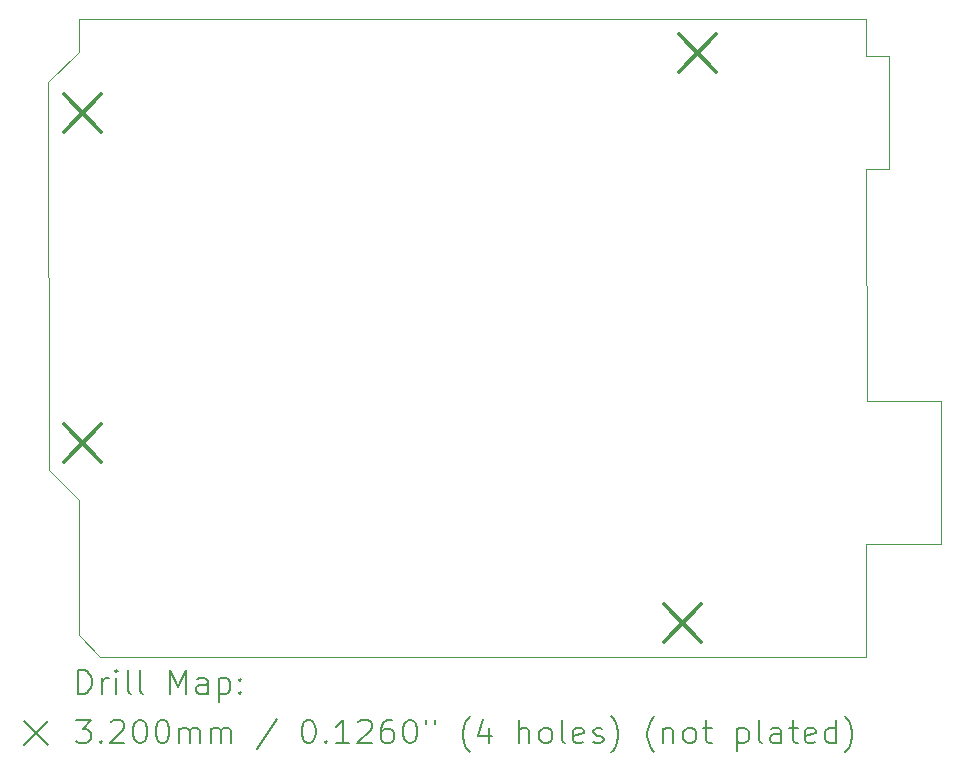
<source format=gbr>
%FSLAX45Y45*%
G04 Gerber Fmt 4.5, Leading zero omitted, Abs format (unit mm)*
G04 Created by KiCad (PCBNEW (6.0.6)) date 2022-12-20 12:05:48*
%MOMM*%
%LPD*%
G01*
G04 APERTURE LIST*
%TA.AperFunction,Profile*%
%ADD10C,0.100000*%
%TD*%
%ADD11C,0.200000*%
%ADD12C,0.320000*%
G04 APERTURE END LIST*
D10*
X15242540Y-9634220D02*
X15242540Y-10845800D01*
X7937500Y-6400800D02*
X7937500Y-6398260D01*
X8117840Y-11798300D02*
X7937500Y-11617960D01*
X14800580Y-7673340D02*
X14607540Y-7673340D01*
X14610080Y-9634220D02*
X15242540Y-9634220D01*
X15242540Y-10845800D02*
X14607540Y-10845800D01*
X14607540Y-11795760D02*
X14607540Y-11798300D01*
X14607540Y-7673340D02*
X14610080Y-9634220D01*
X14607540Y-6713220D02*
X14798040Y-6713220D01*
X7937500Y-6680200D02*
X7937500Y-6400800D01*
X14798040Y-6713220D02*
X14800580Y-7673340D01*
X7937500Y-10474960D02*
X7683500Y-10220960D01*
X7937500Y-11617960D02*
X7937500Y-10474960D01*
X7680960Y-6936740D02*
X7937500Y-6680200D01*
X7937500Y-6398260D02*
X14607540Y-6398260D01*
X14607540Y-6713220D02*
X14607540Y-6398260D01*
X14607540Y-11798300D02*
X8117840Y-11798300D01*
X7683500Y-10220960D02*
X7680960Y-6936740D01*
X14607540Y-10845800D02*
X14607540Y-11795760D01*
D11*
D12*
X7810520Y-7033280D02*
X8130520Y-7353280D01*
X8130520Y-7033280D02*
X7810520Y-7353280D01*
X7810520Y-9827280D02*
X8130520Y-10147280D01*
X8130520Y-9827280D02*
X7810520Y-10147280D01*
X12890520Y-11351280D02*
X13210520Y-11671280D01*
X13210520Y-11351280D02*
X12890520Y-11671280D01*
X13017520Y-6525280D02*
X13337520Y-6845280D01*
X13337520Y-6525280D02*
X13017520Y-6845280D01*
D11*
X7933579Y-12113776D02*
X7933579Y-11913776D01*
X7981198Y-11913776D01*
X8009769Y-11923300D01*
X8028817Y-11942348D01*
X8038341Y-11961395D01*
X8047865Y-11999490D01*
X8047865Y-12028062D01*
X8038341Y-12066157D01*
X8028817Y-12085205D01*
X8009769Y-12104252D01*
X7981198Y-12113776D01*
X7933579Y-12113776D01*
X8133579Y-12113776D02*
X8133579Y-11980443D01*
X8133579Y-12018538D02*
X8143103Y-11999490D01*
X8152627Y-11989967D01*
X8171674Y-11980443D01*
X8190722Y-11980443D01*
X8257388Y-12113776D02*
X8257388Y-11980443D01*
X8257388Y-11913776D02*
X8247865Y-11923300D01*
X8257388Y-11932824D01*
X8266912Y-11923300D01*
X8257388Y-11913776D01*
X8257388Y-11932824D01*
X8381198Y-12113776D02*
X8362150Y-12104252D01*
X8352627Y-12085205D01*
X8352627Y-11913776D01*
X8485960Y-12113776D02*
X8466912Y-12104252D01*
X8457389Y-12085205D01*
X8457389Y-11913776D01*
X8714531Y-12113776D02*
X8714531Y-11913776D01*
X8781198Y-12056633D01*
X8847865Y-11913776D01*
X8847865Y-12113776D01*
X9028817Y-12113776D02*
X9028817Y-12009014D01*
X9019293Y-11989967D01*
X9000246Y-11980443D01*
X8962150Y-11980443D01*
X8943103Y-11989967D01*
X9028817Y-12104252D02*
X9009770Y-12113776D01*
X8962150Y-12113776D01*
X8943103Y-12104252D01*
X8933579Y-12085205D01*
X8933579Y-12066157D01*
X8943103Y-12047109D01*
X8962150Y-12037586D01*
X9009770Y-12037586D01*
X9028817Y-12028062D01*
X9124055Y-11980443D02*
X9124055Y-12180443D01*
X9124055Y-11989967D02*
X9143103Y-11980443D01*
X9181198Y-11980443D01*
X9200246Y-11989967D01*
X9209770Y-11999490D01*
X9219293Y-12018538D01*
X9219293Y-12075681D01*
X9209770Y-12094728D01*
X9200246Y-12104252D01*
X9181198Y-12113776D01*
X9143103Y-12113776D01*
X9124055Y-12104252D01*
X9305008Y-12094728D02*
X9314531Y-12104252D01*
X9305008Y-12113776D01*
X9295484Y-12104252D01*
X9305008Y-12094728D01*
X9305008Y-12113776D01*
X9305008Y-11989967D02*
X9314531Y-11999490D01*
X9305008Y-12009014D01*
X9295484Y-11999490D01*
X9305008Y-11989967D01*
X9305008Y-12009014D01*
X7475960Y-12343300D02*
X7675960Y-12543300D01*
X7675960Y-12343300D02*
X7475960Y-12543300D01*
X7914531Y-12333776D02*
X8038341Y-12333776D01*
X7971674Y-12409967D01*
X8000246Y-12409967D01*
X8019293Y-12419490D01*
X8028817Y-12429014D01*
X8038341Y-12448062D01*
X8038341Y-12495681D01*
X8028817Y-12514728D01*
X8019293Y-12524252D01*
X8000246Y-12533776D01*
X7943103Y-12533776D01*
X7924055Y-12524252D01*
X7914531Y-12514728D01*
X8124055Y-12514728D02*
X8133579Y-12524252D01*
X8124055Y-12533776D01*
X8114531Y-12524252D01*
X8124055Y-12514728D01*
X8124055Y-12533776D01*
X8209769Y-12352824D02*
X8219293Y-12343300D01*
X8238341Y-12333776D01*
X8285960Y-12333776D01*
X8305008Y-12343300D01*
X8314531Y-12352824D01*
X8324055Y-12371871D01*
X8324055Y-12390919D01*
X8314531Y-12419490D01*
X8200246Y-12533776D01*
X8324055Y-12533776D01*
X8447865Y-12333776D02*
X8466912Y-12333776D01*
X8485960Y-12343300D01*
X8495484Y-12352824D01*
X8505008Y-12371871D01*
X8514531Y-12409967D01*
X8514531Y-12457586D01*
X8505008Y-12495681D01*
X8495484Y-12514728D01*
X8485960Y-12524252D01*
X8466912Y-12533776D01*
X8447865Y-12533776D01*
X8428817Y-12524252D01*
X8419293Y-12514728D01*
X8409770Y-12495681D01*
X8400246Y-12457586D01*
X8400246Y-12409967D01*
X8409770Y-12371871D01*
X8419293Y-12352824D01*
X8428817Y-12343300D01*
X8447865Y-12333776D01*
X8638341Y-12333776D02*
X8657389Y-12333776D01*
X8676436Y-12343300D01*
X8685960Y-12352824D01*
X8695484Y-12371871D01*
X8705008Y-12409967D01*
X8705008Y-12457586D01*
X8695484Y-12495681D01*
X8685960Y-12514728D01*
X8676436Y-12524252D01*
X8657389Y-12533776D01*
X8638341Y-12533776D01*
X8619293Y-12524252D01*
X8609770Y-12514728D01*
X8600246Y-12495681D01*
X8590722Y-12457586D01*
X8590722Y-12409967D01*
X8600246Y-12371871D01*
X8609770Y-12352824D01*
X8619293Y-12343300D01*
X8638341Y-12333776D01*
X8790722Y-12533776D02*
X8790722Y-12400443D01*
X8790722Y-12419490D02*
X8800246Y-12409967D01*
X8819293Y-12400443D01*
X8847865Y-12400443D01*
X8866912Y-12409967D01*
X8876436Y-12429014D01*
X8876436Y-12533776D01*
X8876436Y-12429014D02*
X8885960Y-12409967D01*
X8905008Y-12400443D01*
X8933579Y-12400443D01*
X8952627Y-12409967D01*
X8962150Y-12429014D01*
X8962150Y-12533776D01*
X9057389Y-12533776D02*
X9057389Y-12400443D01*
X9057389Y-12419490D02*
X9066912Y-12409967D01*
X9085960Y-12400443D01*
X9114531Y-12400443D01*
X9133579Y-12409967D01*
X9143103Y-12429014D01*
X9143103Y-12533776D01*
X9143103Y-12429014D02*
X9152627Y-12409967D01*
X9171674Y-12400443D01*
X9200246Y-12400443D01*
X9219293Y-12409967D01*
X9228817Y-12429014D01*
X9228817Y-12533776D01*
X9619293Y-12324252D02*
X9447865Y-12581395D01*
X9876436Y-12333776D02*
X9895484Y-12333776D01*
X9914531Y-12343300D01*
X9924055Y-12352824D01*
X9933579Y-12371871D01*
X9943103Y-12409967D01*
X9943103Y-12457586D01*
X9933579Y-12495681D01*
X9924055Y-12514728D01*
X9914531Y-12524252D01*
X9895484Y-12533776D01*
X9876436Y-12533776D01*
X9857389Y-12524252D01*
X9847865Y-12514728D01*
X9838341Y-12495681D01*
X9828817Y-12457586D01*
X9828817Y-12409967D01*
X9838341Y-12371871D01*
X9847865Y-12352824D01*
X9857389Y-12343300D01*
X9876436Y-12333776D01*
X10028817Y-12514728D02*
X10038341Y-12524252D01*
X10028817Y-12533776D01*
X10019293Y-12524252D01*
X10028817Y-12514728D01*
X10028817Y-12533776D01*
X10228817Y-12533776D02*
X10114531Y-12533776D01*
X10171674Y-12533776D02*
X10171674Y-12333776D01*
X10152627Y-12362348D01*
X10133579Y-12381395D01*
X10114531Y-12390919D01*
X10305008Y-12352824D02*
X10314531Y-12343300D01*
X10333579Y-12333776D01*
X10381198Y-12333776D01*
X10400246Y-12343300D01*
X10409770Y-12352824D01*
X10419293Y-12371871D01*
X10419293Y-12390919D01*
X10409770Y-12419490D01*
X10295484Y-12533776D01*
X10419293Y-12533776D01*
X10590722Y-12333776D02*
X10552627Y-12333776D01*
X10533579Y-12343300D01*
X10524055Y-12352824D01*
X10505008Y-12381395D01*
X10495484Y-12419490D01*
X10495484Y-12495681D01*
X10505008Y-12514728D01*
X10514531Y-12524252D01*
X10533579Y-12533776D01*
X10571674Y-12533776D01*
X10590722Y-12524252D01*
X10600246Y-12514728D01*
X10609770Y-12495681D01*
X10609770Y-12448062D01*
X10600246Y-12429014D01*
X10590722Y-12419490D01*
X10571674Y-12409967D01*
X10533579Y-12409967D01*
X10514531Y-12419490D01*
X10505008Y-12429014D01*
X10495484Y-12448062D01*
X10733579Y-12333776D02*
X10752627Y-12333776D01*
X10771674Y-12343300D01*
X10781198Y-12352824D01*
X10790722Y-12371871D01*
X10800246Y-12409967D01*
X10800246Y-12457586D01*
X10790722Y-12495681D01*
X10781198Y-12514728D01*
X10771674Y-12524252D01*
X10752627Y-12533776D01*
X10733579Y-12533776D01*
X10714531Y-12524252D01*
X10705008Y-12514728D01*
X10695484Y-12495681D01*
X10685960Y-12457586D01*
X10685960Y-12409967D01*
X10695484Y-12371871D01*
X10705008Y-12352824D01*
X10714531Y-12343300D01*
X10733579Y-12333776D01*
X10876436Y-12333776D02*
X10876436Y-12371871D01*
X10952627Y-12333776D02*
X10952627Y-12371871D01*
X11247865Y-12609967D02*
X11238341Y-12600443D01*
X11219293Y-12571871D01*
X11209769Y-12552824D01*
X11200246Y-12524252D01*
X11190722Y-12476633D01*
X11190722Y-12438538D01*
X11200246Y-12390919D01*
X11209769Y-12362348D01*
X11219293Y-12343300D01*
X11238341Y-12314728D01*
X11247865Y-12305205D01*
X11409769Y-12400443D02*
X11409769Y-12533776D01*
X11362150Y-12324252D02*
X11314531Y-12467109D01*
X11438341Y-12467109D01*
X11666912Y-12533776D02*
X11666912Y-12333776D01*
X11752627Y-12533776D02*
X11752627Y-12429014D01*
X11743103Y-12409967D01*
X11724055Y-12400443D01*
X11695484Y-12400443D01*
X11676436Y-12409967D01*
X11666912Y-12419490D01*
X11876436Y-12533776D02*
X11857388Y-12524252D01*
X11847865Y-12514728D01*
X11838341Y-12495681D01*
X11838341Y-12438538D01*
X11847865Y-12419490D01*
X11857388Y-12409967D01*
X11876436Y-12400443D01*
X11905008Y-12400443D01*
X11924055Y-12409967D01*
X11933579Y-12419490D01*
X11943103Y-12438538D01*
X11943103Y-12495681D01*
X11933579Y-12514728D01*
X11924055Y-12524252D01*
X11905008Y-12533776D01*
X11876436Y-12533776D01*
X12057388Y-12533776D02*
X12038341Y-12524252D01*
X12028817Y-12505205D01*
X12028817Y-12333776D01*
X12209769Y-12524252D02*
X12190722Y-12533776D01*
X12152627Y-12533776D01*
X12133579Y-12524252D01*
X12124055Y-12505205D01*
X12124055Y-12429014D01*
X12133579Y-12409967D01*
X12152627Y-12400443D01*
X12190722Y-12400443D01*
X12209769Y-12409967D01*
X12219293Y-12429014D01*
X12219293Y-12448062D01*
X12124055Y-12467109D01*
X12295484Y-12524252D02*
X12314531Y-12533776D01*
X12352627Y-12533776D01*
X12371674Y-12524252D01*
X12381198Y-12505205D01*
X12381198Y-12495681D01*
X12371674Y-12476633D01*
X12352627Y-12467109D01*
X12324055Y-12467109D01*
X12305008Y-12457586D01*
X12295484Y-12438538D01*
X12295484Y-12429014D01*
X12305008Y-12409967D01*
X12324055Y-12400443D01*
X12352627Y-12400443D01*
X12371674Y-12409967D01*
X12447865Y-12609967D02*
X12457388Y-12600443D01*
X12476436Y-12571871D01*
X12485960Y-12552824D01*
X12495484Y-12524252D01*
X12505008Y-12476633D01*
X12505008Y-12438538D01*
X12495484Y-12390919D01*
X12485960Y-12362348D01*
X12476436Y-12343300D01*
X12457388Y-12314728D01*
X12447865Y-12305205D01*
X12809769Y-12609967D02*
X12800246Y-12600443D01*
X12781198Y-12571871D01*
X12771674Y-12552824D01*
X12762150Y-12524252D01*
X12752627Y-12476633D01*
X12752627Y-12438538D01*
X12762150Y-12390919D01*
X12771674Y-12362348D01*
X12781198Y-12343300D01*
X12800246Y-12314728D01*
X12809769Y-12305205D01*
X12885960Y-12400443D02*
X12885960Y-12533776D01*
X12885960Y-12419490D02*
X12895484Y-12409967D01*
X12914531Y-12400443D01*
X12943103Y-12400443D01*
X12962150Y-12409967D01*
X12971674Y-12429014D01*
X12971674Y-12533776D01*
X13095484Y-12533776D02*
X13076436Y-12524252D01*
X13066912Y-12514728D01*
X13057388Y-12495681D01*
X13057388Y-12438538D01*
X13066912Y-12419490D01*
X13076436Y-12409967D01*
X13095484Y-12400443D01*
X13124055Y-12400443D01*
X13143103Y-12409967D01*
X13152627Y-12419490D01*
X13162150Y-12438538D01*
X13162150Y-12495681D01*
X13152627Y-12514728D01*
X13143103Y-12524252D01*
X13124055Y-12533776D01*
X13095484Y-12533776D01*
X13219293Y-12400443D02*
X13295484Y-12400443D01*
X13247865Y-12333776D02*
X13247865Y-12505205D01*
X13257388Y-12524252D01*
X13276436Y-12533776D01*
X13295484Y-12533776D01*
X13514531Y-12400443D02*
X13514531Y-12600443D01*
X13514531Y-12409967D02*
X13533579Y-12400443D01*
X13571674Y-12400443D01*
X13590722Y-12409967D01*
X13600246Y-12419490D01*
X13609769Y-12438538D01*
X13609769Y-12495681D01*
X13600246Y-12514728D01*
X13590722Y-12524252D01*
X13571674Y-12533776D01*
X13533579Y-12533776D01*
X13514531Y-12524252D01*
X13724055Y-12533776D02*
X13705008Y-12524252D01*
X13695484Y-12505205D01*
X13695484Y-12333776D01*
X13885960Y-12533776D02*
X13885960Y-12429014D01*
X13876436Y-12409967D01*
X13857388Y-12400443D01*
X13819293Y-12400443D01*
X13800246Y-12409967D01*
X13885960Y-12524252D02*
X13866912Y-12533776D01*
X13819293Y-12533776D01*
X13800246Y-12524252D01*
X13790722Y-12505205D01*
X13790722Y-12486157D01*
X13800246Y-12467109D01*
X13819293Y-12457586D01*
X13866912Y-12457586D01*
X13885960Y-12448062D01*
X13952627Y-12400443D02*
X14028817Y-12400443D01*
X13981198Y-12333776D02*
X13981198Y-12505205D01*
X13990722Y-12524252D01*
X14009769Y-12533776D01*
X14028817Y-12533776D01*
X14171674Y-12524252D02*
X14152627Y-12533776D01*
X14114531Y-12533776D01*
X14095484Y-12524252D01*
X14085960Y-12505205D01*
X14085960Y-12429014D01*
X14095484Y-12409967D01*
X14114531Y-12400443D01*
X14152627Y-12400443D01*
X14171674Y-12409967D01*
X14181198Y-12429014D01*
X14181198Y-12448062D01*
X14085960Y-12467109D01*
X14352627Y-12533776D02*
X14352627Y-12333776D01*
X14352627Y-12524252D02*
X14333579Y-12533776D01*
X14295484Y-12533776D01*
X14276436Y-12524252D01*
X14266912Y-12514728D01*
X14257388Y-12495681D01*
X14257388Y-12438538D01*
X14266912Y-12419490D01*
X14276436Y-12409967D01*
X14295484Y-12400443D01*
X14333579Y-12400443D01*
X14352627Y-12409967D01*
X14428817Y-12609967D02*
X14438341Y-12600443D01*
X14457388Y-12571871D01*
X14466912Y-12552824D01*
X14476436Y-12524252D01*
X14485960Y-12476633D01*
X14485960Y-12438538D01*
X14476436Y-12390919D01*
X14466912Y-12362348D01*
X14457388Y-12343300D01*
X14438341Y-12314728D01*
X14428817Y-12305205D01*
M02*

</source>
